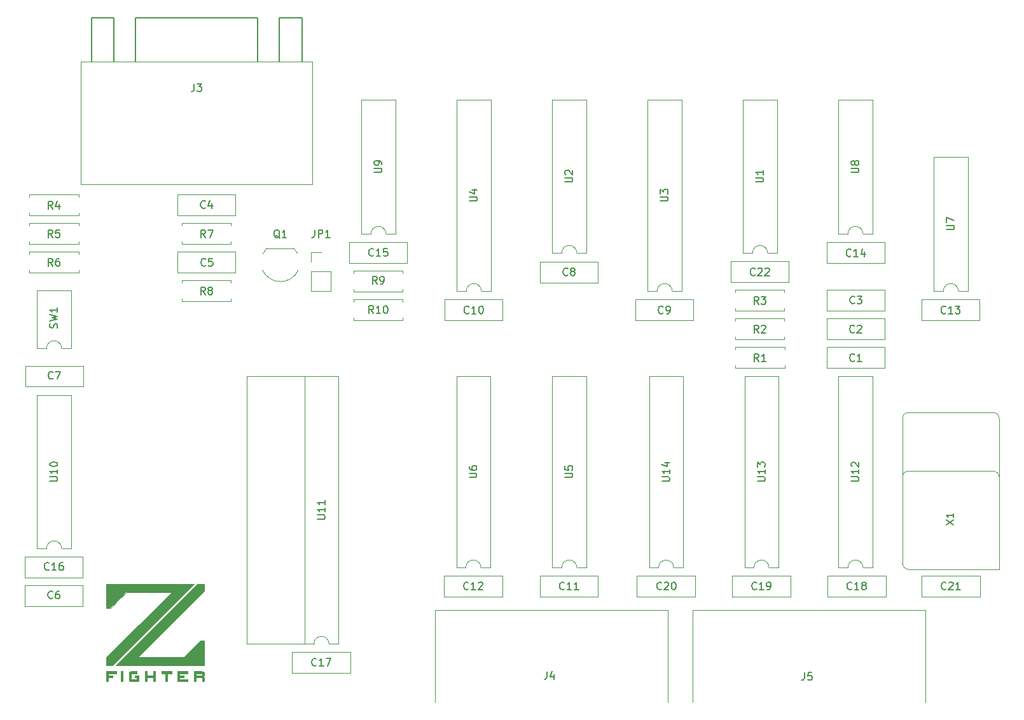
<source format=gto>
G04 #@! TF.GenerationSoftware,KiCad,Pcbnew,5.1.10*
G04 #@! TF.CreationDate,2022-05-12T02:02:47-07:00*
G04 #@! TF.ProjectId,zf_vga,7a665f76-6761-42e6-9b69-6361645f7063,rev?*
G04 #@! TF.SameCoordinates,Original*
G04 #@! TF.FileFunction,Legend,Top*
G04 #@! TF.FilePolarity,Positive*
%FSLAX46Y46*%
G04 Gerber Fmt 4.6, Leading zero omitted, Abs format (unit mm)*
G04 Created by KiCad (PCBNEW 5.1.10) date 2022-05-12 02:02:47*
%MOMM*%
%LPD*%
G01*
G04 APERTURE LIST*
%ADD10C,0.200000*%
%ADD11C,0.120000*%
%ADD12C,0.010000*%
%ADD13C,0.150000*%
G04 APERTURE END LIST*
D10*
X99049058Y-18264000D02*
X99049058Y-24064000D01*
X102049058Y-18264000D02*
X99049058Y-18264000D01*
X102049058Y-24064000D02*
X102049058Y-18264000D01*
X104919058Y-18264000D02*
X104919058Y-24064000D01*
X121179058Y-18264000D02*
X104919058Y-18264000D01*
X121179058Y-24064000D02*
X121179058Y-18264000D01*
X124049058Y-18264000D02*
X124049058Y-24064000D01*
X127049058Y-18264000D02*
X124049058Y-18264000D01*
X127049058Y-24064000D02*
X127049058Y-18264000D01*
D11*
X128454058Y-24064000D02*
X128454058Y-40484000D01*
X97644058Y-24064000D02*
X128454058Y-24064000D01*
X97644058Y-40484000D02*
X97644058Y-24064000D01*
X128454058Y-40484000D02*
X97644058Y-40484000D01*
X185979000Y-91514000D02*
X187229000Y-91514000D01*
X185979000Y-65994000D02*
X185979000Y-91514000D01*
X190479000Y-65994000D02*
X185979000Y-65994000D01*
X190479000Y-91514000D02*
X190479000Y-65994000D01*
X189229000Y-91514000D02*
X190479000Y-91514000D01*
X187229000Y-91514000D02*
G75*
G02*
X189229000Y-91514000I1000000J0D01*
G01*
X127399000Y-65994000D02*
X119743000Y-65994000D01*
X127399000Y-101674000D02*
X119743000Y-101674000D01*
X119743000Y-65994000D02*
X119743000Y-101674000D01*
X127399000Y-101674000D02*
X128649000Y-101674000D01*
X127399000Y-65994000D02*
X127399000Y-101674000D01*
X131899000Y-65994000D02*
X127399000Y-65994000D01*
X131899000Y-101674000D02*
X131899000Y-65994000D01*
X130649000Y-101674000D02*
X131899000Y-101674000D01*
X128649000Y-101674000D02*
G75*
G02*
X130649000Y-101674000I1000000J0D01*
G01*
D12*
G36*
X114026400Y-94623975D02*
G01*
X109619512Y-99030887D01*
X105212625Y-103437799D01*
X111325633Y-103437799D01*
X113492901Y-101270333D01*
X114026400Y-101270333D01*
X114026400Y-104521533D01*
X102249287Y-104521533D01*
X107667934Y-99102866D01*
X113086580Y-93684199D01*
X114026400Y-93684199D01*
X114026400Y-94623975D01*
G37*
X114026400Y-94623975D02*
X109619512Y-99030887D01*
X105212625Y-103437799D01*
X111325633Y-103437799D01*
X113492901Y-101270333D01*
X114026400Y-101270333D01*
X114026400Y-104521533D01*
X102249287Y-104521533D01*
X107667934Y-99102866D01*
X113086580Y-93684199D01*
X114026400Y-93684199D01*
X114026400Y-94623975D01*
G36*
X101825953Y-104521533D02*
G01*
X101021600Y-104521533D01*
X101021600Y-103446291D01*
X105360754Y-99107112D01*
X109699909Y-94767933D01*
X103722368Y-94767933D01*
X102638733Y-95851666D01*
X101555099Y-96935399D01*
X101021600Y-96935399D01*
X101021600Y-93684199D01*
X112663247Y-93684199D01*
X101825953Y-104521533D01*
G37*
X101825953Y-104521533D02*
X101021600Y-104521533D01*
X101021600Y-103446291D01*
X105360754Y-99107112D01*
X109699909Y-94767933D01*
X103722368Y-94767933D01*
X102638733Y-95851666D01*
X101555099Y-96935399D01*
X101021600Y-96935399D01*
X101021600Y-93684199D01*
X112663247Y-93684199D01*
X101825953Y-104521533D01*
G36*
X113405374Y-105334473D02*
G01*
X113539819Y-105335272D01*
X113647625Y-105337298D01*
X113732404Y-105341119D01*
X113797769Y-105347302D01*
X113847334Y-105356415D01*
X113884711Y-105369027D01*
X113913514Y-105385704D01*
X113937357Y-105407015D01*
X113959852Y-105433527D01*
X113971986Y-105449257D01*
X113992737Y-105479386D01*
X114006467Y-105510155D01*
X114015023Y-105549976D01*
X114020249Y-105607259D01*
X114023810Y-105685516D01*
X114030358Y-105862418D01*
X113883882Y-106011666D01*
X113955141Y-106084273D01*
X114026400Y-106156881D01*
X114026400Y-106688999D01*
X113755467Y-106688999D01*
X113755467Y-106147132D01*
X112942667Y-106147132D01*
X112942667Y-106688999D01*
X112671733Y-106688999D01*
X112671733Y-105605266D01*
X112942667Y-105605266D01*
X112942667Y-105876199D01*
X113755467Y-105876199D01*
X113755467Y-105605266D01*
X112942667Y-105605266D01*
X112671733Y-105605266D01*
X112671733Y-105334332D01*
X113240674Y-105334332D01*
X113405374Y-105334473D01*
G37*
X113405374Y-105334473D02*
X113539819Y-105335272D01*
X113647625Y-105337298D01*
X113732404Y-105341119D01*
X113797769Y-105347302D01*
X113847334Y-105356415D01*
X113884711Y-105369027D01*
X113913514Y-105385704D01*
X113937357Y-105407015D01*
X113959852Y-105433527D01*
X113971986Y-105449257D01*
X113992737Y-105479386D01*
X114006467Y-105510155D01*
X114015023Y-105549976D01*
X114020249Y-105607259D01*
X114023810Y-105685516D01*
X114030358Y-105862418D01*
X113883882Y-106011666D01*
X113955141Y-106084273D01*
X114026400Y-106156881D01*
X114026400Y-106688999D01*
X113755467Y-106688999D01*
X113755467Y-106147132D01*
X112942667Y-106147132D01*
X112942667Y-106688999D01*
X112671733Y-106688999D01*
X112671733Y-105605266D01*
X112942667Y-105605266D01*
X112942667Y-105876199D01*
X113755467Y-105876199D01*
X113755467Y-105605266D01*
X112942667Y-105605266D01*
X112671733Y-105605266D01*
X112671733Y-105334332D01*
X113240674Y-105334332D01*
X113405374Y-105334473D01*
G36*
X111858934Y-105605266D02*
G01*
X110775200Y-105605266D01*
X110775200Y-105876199D01*
X111317067Y-105876199D01*
X111317067Y-106147132D01*
X110775200Y-106147132D01*
X110775200Y-106418066D01*
X111858934Y-106418066D01*
X111858934Y-106688999D01*
X110504267Y-106688999D01*
X110504267Y-105334332D01*
X111858934Y-105334332D01*
X111858934Y-105605266D01*
G37*
X111858934Y-105605266D02*
X110775200Y-105605266D01*
X110775200Y-105876199D01*
X111317067Y-105876199D01*
X111317067Y-106147132D01*
X110775200Y-106147132D01*
X110775200Y-106418066D01*
X111858934Y-106418066D01*
X111858934Y-106688999D01*
X110504267Y-106688999D01*
X110504267Y-105334332D01*
X111858934Y-105334332D01*
X111858934Y-105605266D01*
G36*
X109691467Y-105605266D02*
G01*
X109149600Y-105605266D01*
X109149600Y-106688999D01*
X108878667Y-106688999D01*
X108878667Y-105605266D01*
X108336800Y-105605266D01*
X108336800Y-105334332D01*
X109691467Y-105334332D01*
X109691467Y-105605266D01*
G37*
X109691467Y-105605266D02*
X109149600Y-105605266D01*
X109149600Y-106688999D01*
X108878667Y-106688999D01*
X108878667Y-105605266D01*
X108336800Y-105605266D01*
X108336800Y-105334332D01*
X109691467Y-105334332D01*
X109691467Y-105605266D01*
G36*
X106440267Y-105876199D02*
G01*
X107253067Y-105876199D01*
X107253067Y-105334332D01*
X107524000Y-105334332D01*
X107524000Y-106688999D01*
X107253067Y-106688999D01*
X107253067Y-106147132D01*
X106440267Y-106147132D01*
X106440267Y-106688999D01*
X106169333Y-106688999D01*
X106169333Y-105334332D01*
X106440267Y-105334332D01*
X106440267Y-105876199D01*
G37*
X106440267Y-105876199D02*
X107253067Y-105876199D01*
X107253067Y-105334332D01*
X107524000Y-105334332D01*
X107524000Y-106688999D01*
X107253067Y-106688999D01*
X107253067Y-106147132D01*
X106440267Y-106147132D01*
X106440267Y-106688999D01*
X106169333Y-106688999D01*
X106169333Y-105334332D01*
X106440267Y-105334332D01*
X106440267Y-105876199D01*
G36*
X105085600Y-105605266D02*
G01*
X104272800Y-105605266D01*
X104272800Y-106418066D01*
X105085600Y-106418066D01*
X105085600Y-106147132D01*
X104814667Y-106147132D01*
X104814667Y-105876199D01*
X105356534Y-105876199D01*
X105356534Y-106168945D01*
X105356221Y-106276887D01*
X105354864Y-106357024D01*
X105351837Y-106415412D01*
X105346513Y-106458111D01*
X105338265Y-106491179D01*
X105326466Y-106520673D01*
X105318434Y-106537175D01*
X105262877Y-106613252D01*
X105212600Y-106650551D01*
X105191339Y-106661770D01*
X105169571Y-106670523D01*
X105143001Y-106677116D01*
X105107333Y-106681851D01*
X105058271Y-106685034D01*
X104991520Y-106686968D01*
X104902785Y-106687959D01*
X104787770Y-106688309D01*
X104679200Y-106688335D01*
X104537265Y-106688049D01*
X104425106Y-106687120D01*
X104338635Y-106685328D01*
X104273765Y-106682457D01*
X104226406Y-106678289D01*
X104192471Y-106672605D01*
X104167873Y-106665188D01*
X104157309Y-106660521D01*
X104110098Y-106628386D01*
X104064227Y-106583825D01*
X104055709Y-106573325D01*
X104010334Y-106513835D01*
X104010334Y-105509496D01*
X104055944Y-105449697D01*
X104082530Y-105416762D01*
X104109155Y-105390764D01*
X104140047Y-105370886D01*
X104179431Y-105356310D01*
X104231535Y-105346218D01*
X104300585Y-105339792D01*
X104390808Y-105336214D01*
X104506430Y-105334667D01*
X104651678Y-105334333D01*
X104652126Y-105334332D01*
X105085600Y-105334332D01*
X105085600Y-105605266D01*
G37*
X105085600Y-105605266D02*
X104272800Y-105605266D01*
X104272800Y-106418066D01*
X105085600Y-106418066D01*
X105085600Y-106147132D01*
X104814667Y-106147132D01*
X104814667Y-105876199D01*
X105356534Y-105876199D01*
X105356534Y-106168945D01*
X105356221Y-106276887D01*
X105354864Y-106357024D01*
X105351837Y-106415412D01*
X105346513Y-106458111D01*
X105338265Y-106491179D01*
X105326466Y-106520673D01*
X105318434Y-106537175D01*
X105262877Y-106613252D01*
X105212600Y-106650551D01*
X105191339Y-106661770D01*
X105169571Y-106670523D01*
X105143001Y-106677116D01*
X105107333Y-106681851D01*
X105058271Y-106685034D01*
X104991520Y-106686968D01*
X104902785Y-106687959D01*
X104787770Y-106688309D01*
X104679200Y-106688335D01*
X104537265Y-106688049D01*
X104425106Y-106687120D01*
X104338635Y-106685328D01*
X104273765Y-106682457D01*
X104226406Y-106678289D01*
X104192471Y-106672605D01*
X104167873Y-106665188D01*
X104157309Y-106660521D01*
X104110098Y-106628386D01*
X104064227Y-106583825D01*
X104055709Y-106573325D01*
X104010334Y-106513835D01*
X104010334Y-105509496D01*
X104055944Y-105449697D01*
X104082530Y-105416762D01*
X104109155Y-105390764D01*
X104140047Y-105370886D01*
X104179431Y-105356310D01*
X104231535Y-105346218D01*
X104300585Y-105339792D01*
X104390808Y-105336214D01*
X104506430Y-105334667D01*
X104651678Y-105334333D01*
X104652126Y-105334332D01*
X105085600Y-105334332D01*
X105085600Y-105605266D01*
G36*
X103189067Y-106688999D02*
G01*
X102918133Y-106688999D01*
X102918133Y-105334332D01*
X103189067Y-105334332D01*
X103189067Y-106688999D01*
G37*
X103189067Y-106688999D02*
X102918133Y-106688999D01*
X102918133Y-105334332D01*
X103189067Y-105334332D01*
X103189067Y-106688999D01*
G36*
X102376267Y-105605266D02*
G01*
X101292534Y-105605266D01*
X101292534Y-105876199D01*
X101834400Y-105876199D01*
X101834400Y-106147132D01*
X101292534Y-106147132D01*
X101292534Y-106688999D01*
X101021600Y-106688999D01*
X101021600Y-105334332D01*
X102376267Y-105334332D01*
X102376267Y-105605266D01*
G37*
X102376267Y-105605266D02*
X101292534Y-105605266D01*
X101292534Y-105876199D01*
X101834400Y-105876199D01*
X101834400Y-106147132D01*
X101292534Y-106147132D01*
X101292534Y-106688999D01*
X101021600Y-106688999D01*
X101021600Y-105334332D01*
X102376267Y-105334332D01*
X102376267Y-105605266D01*
D11*
X179055000Y-109474000D02*
X179055000Y-97134000D01*
X179055000Y-97134000D02*
X210025000Y-97134000D01*
X210025000Y-97134000D02*
X210025000Y-109474000D01*
X144774000Y-109474000D02*
X144774000Y-97134000D01*
X144774000Y-97134000D02*
X175744000Y-97134000D01*
X175744000Y-97134000D02*
X175744000Y-109474000D01*
X219129000Y-78654000D02*
X207729000Y-78654000D01*
X207729000Y-78654000D02*
G75*
G03*
X206979000Y-79404000I0J-750000D01*
G01*
X219879000Y-79404000D02*
G75*
G03*
X219129000Y-78654000I-750000J0D01*
G01*
X207729000Y-91744000D02*
X219879000Y-91744000D01*
X206979000Y-71594000D02*
X206979000Y-90994000D01*
X219129000Y-70844000D02*
X207729000Y-70844000D01*
X219879000Y-91744000D02*
X219879000Y-71594000D01*
X206979000Y-90994000D02*
G75*
G03*
X207729000Y-91744000I750000J0D01*
G01*
X207729000Y-70844000D02*
G75*
G03*
X206979000Y-71594000I0J-750000D01*
G01*
X219879000Y-71594000D02*
G75*
G03*
X219129000Y-70844000I-750000J0D01*
G01*
X153784000Y-55794000D02*
X153784000Y-58534000D01*
X146044000Y-55794000D02*
X146044000Y-58534000D01*
X146044000Y-58534000D02*
X153784000Y-58534000D01*
X146044000Y-55794000D02*
X153784000Y-55794000D01*
X173079000Y-54684000D02*
X174329000Y-54684000D01*
X173079000Y-29164000D02*
X173079000Y-54684000D01*
X177579000Y-29164000D02*
X173079000Y-29164000D01*
X177579000Y-54684000D02*
X177579000Y-29164000D01*
X176329000Y-54684000D02*
X177579000Y-54684000D01*
X174329000Y-54684000D02*
G75*
G02*
X176329000Y-54684000I1000000J0D01*
G01*
X198479000Y-91514000D02*
X199729000Y-91514000D01*
X198479000Y-65994000D02*
X198479000Y-91514000D01*
X202979000Y-65994000D02*
X198479000Y-65994000D01*
X202979000Y-91514000D02*
X202979000Y-65994000D01*
X201729000Y-91514000D02*
X202979000Y-91514000D01*
X199729000Y-91514000D02*
G75*
G02*
X201729000Y-91514000I1000000J0D01*
G01*
X185779000Y-49604000D02*
X187029000Y-49604000D01*
X185779000Y-29164000D02*
X185779000Y-49604000D01*
X190279000Y-29164000D02*
X185779000Y-29164000D01*
X190279000Y-49604000D02*
X190279000Y-29164000D01*
X189029000Y-49604000D02*
X190279000Y-49604000D01*
X187029000Y-49604000D02*
G75*
G02*
X189029000Y-49604000I1000000J0D01*
G01*
X173279000Y-91514000D02*
X174529000Y-91514000D01*
X173279000Y-65994000D02*
X173279000Y-91514000D01*
X177779000Y-65994000D02*
X173279000Y-65994000D01*
X177779000Y-91514000D02*
X177779000Y-65994000D01*
X176529000Y-91514000D02*
X177779000Y-91514000D01*
X174529000Y-91514000D02*
G75*
G02*
X176529000Y-91514000I1000000J0D01*
G01*
X160379000Y-49604000D02*
X161629000Y-49604000D01*
X160379000Y-29164000D02*
X160379000Y-49604000D01*
X164879000Y-29164000D02*
X160379000Y-29164000D01*
X164879000Y-49604000D02*
X164879000Y-29164000D01*
X163629000Y-49604000D02*
X164879000Y-49604000D01*
X161629000Y-49604000D02*
G75*
G02*
X163629000Y-49604000I1000000J0D01*
G01*
X160379000Y-91514000D02*
X161629000Y-91514000D01*
X160379000Y-65994000D02*
X160379000Y-91514000D01*
X164879000Y-65994000D02*
X160379000Y-65994000D01*
X164879000Y-91514000D02*
X164879000Y-65994000D01*
X163629000Y-91514000D02*
X164879000Y-91514000D01*
X161629000Y-91514000D02*
G75*
G02*
X163629000Y-91514000I1000000J0D01*
G01*
X150860000Y-91514000D02*
X152110000Y-91514000D01*
X152110000Y-91514000D02*
X152110000Y-65994000D01*
X152110000Y-65994000D02*
X147610000Y-65994000D01*
X147610000Y-65994000D02*
X147610000Y-91514000D01*
X147610000Y-91514000D02*
X148860000Y-91514000D01*
X148860000Y-91514000D02*
G75*
G02*
X150860000Y-91514000I1000000J0D01*
G01*
X147679000Y-54684000D02*
X148929000Y-54684000D01*
X147679000Y-29164000D02*
X147679000Y-54684000D01*
X152179000Y-29164000D02*
X147679000Y-29164000D01*
X152179000Y-54684000D02*
X152179000Y-29164000D01*
X150929000Y-54684000D02*
X152179000Y-54684000D01*
X148929000Y-54684000D02*
G75*
G02*
X150929000Y-54684000I1000000J0D01*
G01*
X214429000Y-54684000D02*
X215679000Y-54684000D01*
X215679000Y-54684000D02*
X215679000Y-36784000D01*
X215679000Y-36784000D02*
X211179000Y-36784000D01*
X211179000Y-36784000D02*
X211179000Y-54684000D01*
X211179000Y-54684000D02*
X212429000Y-54684000D01*
X212429000Y-54684000D02*
G75*
G02*
X214429000Y-54684000I1000000J0D01*
G01*
X134979000Y-47064000D02*
X136229000Y-47064000D01*
X134979000Y-29164000D02*
X134979000Y-47064000D01*
X139479000Y-29164000D02*
X134979000Y-29164000D01*
X139479000Y-47064000D02*
X139479000Y-29164000D01*
X138229000Y-47064000D02*
X139479000Y-47064000D01*
X136229000Y-47064000D02*
G75*
G02*
X138229000Y-47064000I1000000J0D01*
G01*
X198479000Y-47064000D02*
X199729000Y-47064000D01*
X198479000Y-29164000D02*
X198479000Y-47064000D01*
X202979000Y-29164000D02*
X198479000Y-29164000D01*
X202979000Y-47064000D02*
X202979000Y-29164000D01*
X201729000Y-47064000D02*
X202979000Y-47064000D01*
X199729000Y-47064000D02*
G75*
G02*
X201729000Y-47064000I1000000J0D01*
G01*
X95049000Y-88974000D02*
X96299000Y-88974000D01*
X96299000Y-88974000D02*
X96299000Y-68534000D01*
X96299000Y-68534000D02*
X91799000Y-68534000D01*
X91799000Y-68534000D02*
X91799000Y-88974000D01*
X91799000Y-88974000D02*
X93049000Y-88974000D01*
X93049000Y-88974000D02*
G75*
G02*
X95049000Y-88974000I1000000J0D01*
G01*
X204639000Y-64884000D02*
X196899000Y-64884000D01*
X204639000Y-62144000D02*
X196899000Y-62144000D01*
X204639000Y-64884000D02*
X204639000Y-62144000D01*
X196899000Y-64884000D02*
X196899000Y-62144000D01*
X196899000Y-61074000D02*
X196899000Y-58334000D01*
X204639000Y-61074000D02*
X204639000Y-58334000D01*
X204639000Y-58334000D02*
X196899000Y-58334000D01*
X204639000Y-61074000D02*
X196899000Y-61074000D01*
X204639000Y-57264000D02*
X196899000Y-57264000D01*
X204639000Y-54524000D02*
X196899000Y-54524000D01*
X204639000Y-57264000D02*
X204639000Y-54524000D01*
X196899000Y-57264000D02*
X196899000Y-54524000D01*
X110484000Y-49444000D02*
X118224000Y-49444000D01*
X110484000Y-52184000D02*
X118224000Y-52184000D01*
X110484000Y-49444000D02*
X110484000Y-52184000D01*
X118224000Y-49444000D02*
X118224000Y-52184000D01*
X184759000Y-62144000D02*
X184759000Y-62474000D01*
X191299000Y-62144000D02*
X184759000Y-62144000D01*
X191299000Y-62474000D02*
X191299000Y-62144000D01*
X184759000Y-64884000D02*
X184759000Y-64554000D01*
X191299000Y-64884000D02*
X184759000Y-64884000D01*
X191299000Y-64554000D02*
X191299000Y-64884000D01*
X191284000Y-60744000D02*
X191284000Y-61074000D01*
X191284000Y-61074000D02*
X184744000Y-61074000D01*
X184744000Y-61074000D02*
X184744000Y-60744000D01*
X191284000Y-58664000D02*
X191284000Y-58334000D01*
X191284000Y-58334000D02*
X184744000Y-58334000D01*
X184744000Y-58334000D02*
X184744000Y-58664000D01*
X184744000Y-54524000D02*
X184744000Y-54854000D01*
X191284000Y-54524000D02*
X184744000Y-54524000D01*
X191284000Y-54854000D02*
X191284000Y-54524000D01*
X184744000Y-57264000D02*
X184744000Y-56934000D01*
X191284000Y-57264000D02*
X184744000Y-57264000D01*
X191284000Y-56934000D02*
X191284000Y-57264000D01*
X97319000Y-44564000D02*
X97319000Y-44234000D01*
X90779000Y-44564000D02*
X97319000Y-44564000D01*
X90779000Y-44234000D02*
X90779000Y-44564000D01*
X97319000Y-41824000D02*
X97319000Y-42154000D01*
X90779000Y-41824000D02*
X97319000Y-41824000D01*
X90779000Y-42154000D02*
X90779000Y-41824000D01*
X97319000Y-48374000D02*
X97319000Y-48044000D01*
X90779000Y-48374000D02*
X97319000Y-48374000D01*
X90779000Y-48044000D02*
X90779000Y-48374000D01*
X97319000Y-45634000D02*
X97319000Y-45964000D01*
X90779000Y-45634000D02*
X97319000Y-45634000D01*
X90779000Y-45964000D02*
X90779000Y-45634000D01*
X97319000Y-52184000D02*
X97319000Y-51854000D01*
X90779000Y-52184000D02*
X97319000Y-52184000D01*
X90779000Y-51854000D02*
X90779000Y-52184000D01*
X97319000Y-49444000D02*
X97319000Y-49774000D01*
X90779000Y-49444000D02*
X97319000Y-49444000D01*
X90779000Y-49774000D02*
X90779000Y-49444000D01*
X111084000Y-45634000D02*
X111084000Y-45964000D01*
X117624000Y-45634000D02*
X111084000Y-45634000D01*
X117624000Y-45964000D02*
X117624000Y-45634000D01*
X111084000Y-48374000D02*
X111084000Y-48044000D01*
X117624000Y-48374000D02*
X111084000Y-48374000D01*
X117624000Y-48044000D02*
X117624000Y-48374000D01*
X111084000Y-53254000D02*
X111084000Y-53584000D01*
X117624000Y-53254000D02*
X111084000Y-53254000D01*
X117624000Y-53584000D02*
X117624000Y-53254000D01*
X111084000Y-55994000D02*
X111084000Y-55664000D01*
X117624000Y-55994000D02*
X111084000Y-55994000D01*
X117624000Y-55664000D02*
X117624000Y-55994000D01*
X209559000Y-92624000D02*
X217299000Y-92624000D01*
X209559000Y-95364000D02*
X217299000Y-95364000D01*
X209559000Y-92624000D02*
X209559000Y-95364000D01*
X217299000Y-92624000D02*
X217299000Y-95364000D01*
X191884000Y-50714000D02*
X191884000Y-53454000D01*
X184144000Y-50714000D02*
X184144000Y-53454000D01*
X184144000Y-53454000D02*
X191884000Y-53454000D01*
X184144000Y-50714000D02*
X191884000Y-50714000D01*
X158744000Y-50794000D02*
X166484000Y-50794000D01*
X158744000Y-53534000D02*
X166484000Y-53534000D01*
X158744000Y-50794000D02*
X158744000Y-53534000D01*
X166484000Y-50794000D02*
X166484000Y-53534000D01*
X179159000Y-55794000D02*
X179159000Y-58534000D01*
X171419000Y-55794000D02*
X171419000Y-58534000D01*
X171419000Y-58534000D02*
X179159000Y-58534000D01*
X171419000Y-55794000D02*
X179159000Y-55794000D01*
X158744000Y-92624000D02*
X166484000Y-92624000D01*
X158744000Y-95364000D02*
X166484000Y-95364000D01*
X158744000Y-92624000D02*
X158744000Y-95364000D01*
X166484000Y-92624000D02*
X166484000Y-95364000D01*
X153715000Y-92624000D02*
X153715000Y-95364000D01*
X145975000Y-92624000D02*
X145975000Y-95364000D01*
X145975000Y-95364000D02*
X153715000Y-95364000D01*
X145975000Y-92624000D02*
X153715000Y-92624000D01*
X209519000Y-55794000D02*
X217259000Y-55794000D01*
X209519000Y-58534000D02*
X217259000Y-58534000D01*
X209519000Y-55794000D02*
X209519000Y-58534000D01*
X217259000Y-55794000D02*
X217259000Y-58534000D01*
X204639000Y-48174000D02*
X204639000Y-50914000D01*
X196899000Y-48174000D02*
X196899000Y-50914000D01*
X196899000Y-50914000D02*
X204639000Y-50914000D01*
X196899000Y-48174000D02*
X204639000Y-48174000D01*
X133344000Y-48174000D02*
X141084000Y-48174000D01*
X133344000Y-50914000D02*
X141084000Y-50914000D01*
X133344000Y-48174000D02*
X133344000Y-50914000D01*
X141084000Y-48174000D02*
X141084000Y-50914000D01*
X90164000Y-90084000D02*
X97904000Y-90084000D01*
X90164000Y-92824000D02*
X97904000Y-92824000D01*
X90164000Y-90084000D02*
X90164000Y-92824000D01*
X97904000Y-90084000D02*
X97904000Y-92824000D01*
X133479000Y-102784000D02*
X133479000Y-105524000D01*
X125739000Y-102784000D02*
X125739000Y-105524000D01*
X125739000Y-105524000D02*
X133479000Y-105524000D01*
X125739000Y-102784000D02*
X133479000Y-102784000D01*
X197019000Y-92624000D02*
X204759000Y-92624000D01*
X197019000Y-95364000D02*
X204759000Y-95364000D01*
X197019000Y-92624000D02*
X197019000Y-95364000D01*
X204759000Y-92624000D02*
X204759000Y-95364000D01*
X192084000Y-92624000D02*
X192084000Y-95364000D01*
X184344000Y-92624000D02*
X184344000Y-95364000D01*
X184344000Y-95364000D02*
X192084000Y-95364000D01*
X184344000Y-92624000D02*
X192084000Y-92624000D01*
X179384000Y-92624000D02*
X179384000Y-95364000D01*
X171644000Y-92624000D02*
X171644000Y-95364000D01*
X171644000Y-95364000D02*
X179384000Y-95364000D01*
X171644000Y-92624000D02*
X179384000Y-92624000D01*
X91799000Y-62304000D02*
X93049000Y-62304000D01*
X91799000Y-54564000D02*
X91799000Y-62304000D01*
X96299000Y-54564000D02*
X91799000Y-54564000D01*
X96299000Y-62304000D02*
X96299000Y-54564000D01*
X95049000Y-62304000D02*
X96299000Y-62304000D01*
X93049000Y-62304000D02*
G75*
G02*
X95049000Y-62304000I1000000J0D01*
G01*
X90164000Y-93894000D02*
X97904000Y-93894000D01*
X90164000Y-96634000D02*
X97904000Y-96634000D01*
X90164000Y-93894000D02*
X90164000Y-96634000D01*
X97904000Y-93894000D02*
X97904000Y-96634000D01*
X90219000Y-67380000D02*
X90219000Y-64640000D01*
X97959000Y-67380000D02*
X97959000Y-64640000D01*
X97959000Y-64640000D02*
X90219000Y-64640000D01*
X97959000Y-67380000D02*
X90219000Y-67380000D01*
X133944000Y-51984000D02*
X133944000Y-52314000D01*
X140484000Y-51984000D02*
X133944000Y-51984000D01*
X140484000Y-52314000D02*
X140484000Y-51984000D01*
X133944000Y-54724000D02*
X133944000Y-54394000D01*
X140484000Y-54724000D02*
X133944000Y-54724000D01*
X140484000Y-54394000D02*
X140484000Y-54724000D01*
X110484000Y-44564000D02*
X110484000Y-41824000D01*
X118224000Y-44564000D02*
X118224000Y-41824000D01*
X118224000Y-41824000D02*
X110484000Y-41824000D01*
X118224000Y-44564000D02*
X110484000Y-44564000D01*
X133944000Y-55794000D02*
X133944000Y-56124000D01*
X140484000Y-55794000D02*
X133944000Y-55794000D01*
X140484000Y-56124000D02*
X140484000Y-55794000D01*
X133944000Y-58534000D02*
X133944000Y-58204000D01*
X140484000Y-58534000D02*
X133944000Y-58534000D01*
X140484000Y-58204000D02*
X140484000Y-58534000D01*
X128264000Y-49484000D02*
X129594000Y-49484000D01*
X128264000Y-50814000D02*
X128264000Y-49484000D01*
X128264000Y-52084000D02*
X130924000Y-52084000D01*
X130924000Y-52084000D02*
X130924000Y-54684000D01*
X128264000Y-52084000D02*
X128264000Y-54684000D01*
X128264000Y-54684000D02*
X130924000Y-54684000D01*
X125979000Y-48964000D02*
X122379000Y-48964000D01*
X126503184Y-49691205D02*
G75*
G03*
X125979000Y-48964000I-2324184J-1122795D01*
G01*
X126535400Y-51912807D02*
G75*
G02*
X124179000Y-53414000I-2356400J1098807D01*
G01*
X121822600Y-51912807D02*
G75*
G03*
X124179000Y-53414000I2356400J1098807D01*
G01*
X121854816Y-49691205D02*
G75*
G02*
X122379000Y-48964000I2324184J-1122795D01*
G01*
D13*
X112715724Y-27051380D02*
X112715724Y-27765666D01*
X112668105Y-27908523D01*
X112572867Y-28003761D01*
X112430010Y-28051380D01*
X112334772Y-28051380D01*
X113096677Y-27051380D02*
X113715724Y-27051380D01*
X113382391Y-27432333D01*
X113525248Y-27432333D01*
X113620486Y-27479952D01*
X113668105Y-27527571D01*
X113715724Y-27622809D01*
X113715724Y-27860904D01*
X113668105Y-27956142D01*
X113620486Y-28003761D01*
X113525248Y-28051380D01*
X113239534Y-28051380D01*
X113144296Y-28003761D01*
X113096677Y-27956142D01*
X187681380Y-79992095D02*
X188490904Y-79992095D01*
X188586142Y-79944476D01*
X188633761Y-79896857D01*
X188681380Y-79801619D01*
X188681380Y-79611142D01*
X188633761Y-79515904D01*
X188586142Y-79468285D01*
X188490904Y-79420666D01*
X187681380Y-79420666D01*
X188681380Y-78420666D02*
X188681380Y-78992095D01*
X188681380Y-78706380D02*
X187681380Y-78706380D01*
X187824238Y-78801619D01*
X187919476Y-78896857D01*
X187967095Y-78992095D01*
X187681380Y-78087333D02*
X187681380Y-77468285D01*
X188062333Y-77801619D01*
X188062333Y-77658761D01*
X188109952Y-77563523D01*
X188157571Y-77515904D01*
X188252809Y-77468285D01*
X188490904Y-77468285D01*
X188586142Y-77515904D01*
X188633761Y-77563523D01*
X188681380Y-77658761D01*
X188681380Y-77944476D01*
X188633761Y-78039714D01*
X188586142Y-78087333D01*
X129101380Y-85072095D02*
X129910904Y-85072095D01*
X130006142Y-85024476D01*
X130053761Y-84976857D01*
X130101380Y-84881619D01*
X130101380Y-84691142D01*
X130053761Y-84595904D01*
X130006142Y-84548285D01*
X129910904Y-84500666D01*
X129101380Y-84500666D01*
X130101380Y-83500666D02*
X130101380Y-84072095D01*
X130101380Y-83786380D02*
X129101380Y-83786380D01*
X129244238Y-83881619D01*
X129339476Y-83976857D01*
X129387095Y-84072095D01*
X130101380Y-82548285D02*
X130101380Y-83119714D01*
X130101380Y-82834000D02*
X129101380Y-82834000D01*
X129244238Y-82929238D01*
X129339476Y-83024476D01*
X129387095Y-83119714D01*
X193956666Y-105491380D02*
X193956666Y-106205666D01*
X193909047Y-106348523D01*
X193813809Y-106443761D01*
X193670952Y-106491380D01*
X193575714Y-106491380D01*
X194909047Y-105491380D02*
X194432857Y-105491380D01*
X194385238Y-105967571D01*
X194432857Y-105919952D01*
X194528095Y-105872333D01*
X194766190Y-105872333D01*
X194861428Y-105919952D01*
X194909047Y-105967571D01*
X194956666Y-106062809D01*
X194956666Y-106300904D01*
X194909047Y-106396142D01*
X194861428Y-106443761D01*
X194766190Y-106491380D01*
X194528095Y-106491380D01*
X194432857Y-106443761D01*
X194385238Y-106396142D01*
X159675666Y-105364380D02*
X159675666Y-106078666D01*
X159628047Y-106221523D01*
X159532809Y-106316761D01*
X159389952Y-106364380D01*
X159294714Y-106364380D01*
X160580428Y-105697714D02*
X160580428Y-106364380D01*
X160342333Y-105316761D02*
X160104238Y-106031047D01*
X160723285Y-106031047D01*
X212813880Y-85850523D02*
X213813880Y-85183857D01*
X212813880Y-85183857D02*
X213813880Y-85850523D01*
X213813880Y-84279095D02*
X213813880Y-84850523D01*
X213813880Y-84564809D02*
X212813880Y-84564809D01*
X212956738Y-84660047D01*
X213051976Y-84755285D01*
X213099595Y-84850523D01*
X149271142Y-57585142D02*
X149223523Y-57632761D01*
X149080666Y-57680380D01*
X148985428Y-57680380D01*
X148842571Y-57632761D01*
X148747333Y-57537523D01*
X148699714Y-57442285D01*
X148652095Y-57251809D01*
X148652095Y-57108952D01*
X148699714Y-56918476D01*
X148747333Y-56823238D01*
X148842571Y-56728000D01*
X148985428Y-56680380D01*
X149080666Y-56680380D01*
X149223523Y-56728000D01*
X149271142Y-56775619D01*
X150223523Y-57680380D02*
X149652095Y-57680380D01*
X149937809Y-57680380D02*
X149937809Y-56680380D01*
X149842571Y-56823238D01*
X149747333Y-56918476D01*
X149652095Y-56966095D01*
X150842571Y-56680380D02*
X150937809Y-56680380D01*
X151033047Y-56728000D01*
X151080666Y-56775619D01*
X151128285Y-56870857D01*
X151175904Y-57061333D01*
X151175904Y-57299428D01*
X151128285Y-57489904D01*
X151080666Y-57585142D01*
X151033047Y-57632761D01*
X150937809Y-57680380D01*
X150842571Y-57680380D01*
X150747333Y-57632761D01*
X150699714Y-57585142D01*
X150652095Y-57489904D01*
X150604476Y-57299428D01*
X150604476Y-57061333D01*
X150652095Y-56870857D01*
X150699714Y-56775619D01*
X150747333Y-56728000D01*
X150842571Y-56680380D01*
X174781380Y-42685904D02*
X175590904Y-42685904D01*
X175686142Y-42638285D01*
X175733761Y-42590666D01*
X175781380Y-42495428D01*
X175781380Y-42304952D01*
X175733761Y-42209714D01*
X175686142Y-42162095D01*
X175590904Y-42114476D01*
X174781380Y-42114476D01*
X174781380Y-41733523D02*
X174781380Y-41114476D01*
X175162333Y-41447809D01*
X175162333Y-41304952D01*
X175209952Y-41209714D01*
X175257571Y-41162095D01*
X175352809Y-41114476D01*
X175590904Y-41114476D01*
X175686142Y-41162095D01*
X175733761Y-41209714D01*
X175781380Y-41304952D01*
X175781380Y-41590666D01*
X175733761Y-41685904D01*
X175686142Y-41733523D01*
X200181380Y-79992095D02*
X200990904Y-79992095D01*
X201086142Y-79944476D01*
X201133761Y-79896857D01*
X201181380Y-79801619D01*
X201181380Y-79611142D01*
X201133761Y-79515904D01*
X201086142Y-79468285D01*
X200990904Y-79420666D01*
X200181380Y-79420666D01*
X201181380Y-78420666D02*
X201181380Y-78992095D01*
X201181380Y-78706380D02*
X200181380Y-78706380D01*
X200324238Y-78801619D01*
X200419476Y-78896857D01*
X200467095Y-78992095D01*
X200276619Y-78039714D02*
X200229000Y-77992095D01*
X200181380Y-77896857D01*
X200181380Y-77658761D01*
X200229000Y-77563523D01*
X200276619Y-77515904D01*
X200371857Y-77468285D01*
X200467095Y-77468285D01*
X200609952Y-77515904D01*
X201181380Y-78087333D01*
X201181380Y-77468285D01*
X187481380Y-40145904D02*
X188290904Y-40145904D01*
X188386142Y-40098285D01*
X188433761Y-40050666D01*
X188481380Y-39955428D01*
X188481380Y-39764952D01*
X188433761Y-39669714D01*
X188386142Y-39622095D01*
X188290904Y-39574476D01*
X187481380Y-39574476D01*
X188481380Y-38574476D02*
X188481380Y-39145904D01*
X188481380Y-38860190D02*
X187481380Y-38860190D01*
X187624238Y-38955428D01*
X187719476Y-39050666D01*
X187767095Y-39145904D01*
X174981380Y-79992095D02*
X175790904Y-79992095D01*
X175886142Y-79944476D01*
X175933761Y-79896857D01*
X175981380Y-79801619D01*
X175981380Y-79611142D01*
X175933761Y-79515904D01*
X175886142Y-79468285D01*
X175790904Y-79420666D01*
X174981380Y-79420666D01*
X175981380Y-78420666D02*
X175981380Y-78992095D01*
X175981380Y-78706380D02*
X174981380Y-78706380D01*
X175124238Y-78801619D01*
X175219476Y-78896857D01*
X175267095Y-78992095D01*
X175314714Y-77563523D02*
X175981380Y-77563523D01*
X174933761Y-77801619D02*
X175648047Y-78039714D01*
X175648047Y-77420666D01*
X162081380Y-40145904D02*
X162890904Y-40145904D01*
X162986142Y-40098285D01*
X163033761Y-40050666D01*
X163081380Y-39955428D01*
X163081380Y-39764952D01*
X163033761Y-39669714D01*
X162986142Y-39622095D01*
X162890904Y-39574476D01*
X162081380Y-39574476D01*
X162176619Y-39145904D02*
X162129000Y-39098285D01*
X162081380Y-39003047D01*
X162081380Y-38764952D01*
X162129000Y-38669714D01*
X162176619Y-38622095D01*
X162271857Y-38574476D01*
X162367095Y-38574476D01*
X162509952Y-38622095D01*
X163081380Y-39193523D01*
X163081380Y-38574476D01*
X162081380Y-79515904D02*
X162890904Y-79515904D01*
X162986142Y-79468285D01*
X163033761Y-79420666D01*
X163081380Y-79325428D01*
X163081380Y-79134952D01*
X163033761Y-79039714D01*
X162986142Y-78992095D01*
X162890904Y-78944476D01*
X162081380Y-78944476D01*
X162081380Y-77992095D02*
X162081380Y-78468285D01*
X162557571Y-78515904D01*
X162509952Y-78468285D01*
X162462333Y-78373047D01*
X162462333Y-78134952D01*
X162509952Y-78039714D01*
X162557571Y-77992095D01*
X162652809Y-77944476D01*
X162890904Y-77944476D01*
X162986142Y-77992095D01*
X163033761Y-78039714D01*
X163081380Y-78134952D01*
X163081380Y-78373047D01*
X163033761Y-78468285D01*
X162986142Y-78515904D01*
X149312380Y-79515904D02*
X150121904Y-79515904D01*
X150217142Y-79468285D01*
X150264761Y-79420666D01*
X150312380Y-79325428D01*
X150312380Y-79134952D01*
X150264761Y-79039714D01*
X150217142Y-78992095D01*
X150121904Y-78944476D01*
X149312380Y-78944476D01*
X149312380Y-78039714D02*
X149312380Y-78230190D01*
X149360000Y-78325428D01*
X149407619Y-78373047D01*
X149550476Y-78468285D01*
X149740952Y-78515904D01*
X150121904Y-78515904D01*
X150217142Y-78468285D01*
X150264761Y-78420666D01*
X150312380Y-78325428D01*
X150312380Y-78134952D01*
X150264761Y-78039714D01*
X150217142Y-77992095D01*
X150121904Y-77944476D01*
X149883809Y-77944476D01*
X149788571Y-77992095D01*
X149740952Y-78039714D01*
X149693333Y-78134952D01*
X149693333Y-78325428D01*
X149740952Y-78420666D01*
X149788571Y-78468285D01*
X149883809Y-78515904D01*
X149381380Y-42685904D02*
X150190904Y-42685904D01*
X150286142Y-42638285D01*
X150333761Y-42590666D01*
X150381380Y-42495428D01*
X150381380Y-42304952D01*
X150333761Y-42209714D01*
X150286142Y-42162095D01*
X150190904Y-42114476D01*
X149381380Y-42114476D01*
X149714714Y-41209714D02*
X150381380Y-41209714D01*
X149333761Y-41447809D02*
X150048047Y-41685904D01*
X150048047Y-41066857D01*
X212881380Y-46495904D02*
X213690904Y-46495904D01*
X213786142Y-46448285D01*
X213833761Y-46400666D01*
X213881380Y-46305428D01*
X213881380Y-46114952D01*
X213833761Y-46019714D01*
X213786142Y-45972095D01*
X213690904Y-45924476D01*
X212881380Y-45924476D01*
X212881380Y-45543523D02*
X212881380Y-44876857D01*
X213881380Y-45305428D01*
X136681380Y-38875904D02*
X137490904Y-38875904D01*
X137586142Y-38828285D01*
X137633761Y-38780666D01*
X137681380Y-38685428D01*
X137681380Y-38494952D01*
X137633761Y-38399714D01*
X137586142Y-38352095D01*
X137490904Y-38304476D01*
X136681380Y-38304476D01*
X137681380Y-37780666D02*
X137681380Y-37590190D01*
X137633761Y-37494952D01*
X137586142Y-37447333D01*
X137443285Y-37352095D01*
X137252809Y-37304476D01*
X136871857Y-37304476D01*
X136776619Y-37352095D01*
X136729000Y-37399714D01*
X136681380Y-37494952D01*
X136681380Y-37685428D01*
X136729000Y-37780666D01*
X136776619Y-37828285D01*
X136871857Y-37875904D01*
X137109952Y-37875904D01*
X137205190Y-37828285D01*
X137252809Y-37780666D01*
X137300428Y-37685428D01*
X137300428Y-37494952D01*
X137252809Y-37399714D01*
X137205190Y-37352095D01*
X137109952Y-37304476D01*
X200181380Y-38875904D02*
X200990904Y-38875904D01*
X201086142Y-38828285D01*
X201133761Y-38780666D01*
X201181380Y-38685428D01*
X201181380Y-38494952D01*
X201133761Y-38399714D01*
X201086142Y-38352095D01*
X200990904Y-38304476D01*
X200181380Y-38304476D01*
X200609952Y-37685428D02*
X200562333Y-37780666D01*
X200514714Y-37828285D01*
X200419476Y-37875904D01*
X200371857Y-37875904D01*
X200276619Y-37828285D01*
X200229000Y-37780666D01*
X200181380Y-37685428D01*
X200181380Y-37494952D01*
X200229000Y-37399714D01*
X200276619Y-37352095D01*
X200371857Y-37304476D01*
X200419476Y-37304476D01*
X200514714Y-37352095D01*
X200562333Y-37399714D01*
X200609952Y-37494952D01*
X200609952Y-37685428D01*
X200657571Y-37780666D01*
X200705190Y-37828285D01*
X200800428Y-37875904D01*
X200990904Y-37875904D01*
X201086142Y-37828285D01*
X201133761Y-37780666D01*
X201181380Y-37685428D01*
X201181380Y-37494952D01*
X201133761Y-37399714D01*
X201086142Y-37352095D01*
X200990904Y-37304476D01*
X200800428Y-37304476D01*
X200705190Y-37352095D01*
X200657571Y-37399714D01*
X200609952Y-37494952D01*
X93501380Y-79992095D02*
X94310904Y-79992095D01*
X94406142Y-79944476D01*
X94453761Y-79896857D01*
X94501380Y-79801619D01*
X94501380Y-79611142D01*
X94453761Y-79515904D01*
X94406142Y-79468285D01*
X94310904Y-79420666D01*
X93501380Y-79420666D01*
X94501380Y-78420666D02*
X94501380Y-78992095D01*
X94501380Y-78706380D02*
X93501380Y-78706380D01*
X93644238Y-78801619D01*
X93739476Y-78896857D01*
X93787095Y-78992095D01*
X93501380Y-77801619D02*
X93501380Y-77706380D01*
X93549000Y-77611142D01*
X93596619Y-77563523D01*
X93691857Y-77515904D01*
X93882333Y-77468285D01*
X94120428Y-77468285D01*
X94310904Y-77515904D01*
X94406142Y-77563523D01*
X94453761Y-77611142D01*
X94501380Y-77706380D01*
X94501380Y-77801619D01*
X94453761Y-77896857D01*
X94406142Y-77944476D01*
X94310904Y-77992095D01*
X94120428Y-78039714D01*
X93882333Y-78039714D01*
X93691857Y-77992095D01*
X93596619Y-77944476D01*
X93549000Y-77896857D01*
X93501380Y-77801619D01*
X200602333Y-63935142D02*
X200554714Y-63982761D01*
X200411857Y-64030380D01*
X200316619Y-64030380D01*
X200173761Y-63982761D01*
X200078523Y-63887523D01*
X200030904Y-63792285D01*
X199983285Y-63601809D01*
X199983285Y-63458952D01*
X200030904Y-63268476D01*
X200078523Y-63173238D01*
X200173761Y-63078000D01*
X200316619Y-63030380D01*
X200411857Y-63030380D01*
X200554714Y-63078000D01*
X200602333Y-63125619D01*
X201554714Y-64030380D02*
X200983285Y-64030380D01*
X201269000Y-64030380D02*
X201269000Y-63030380D01*
X201173761Y-63173238D01*
X201078523Y-63268476D01*
X200983285Y-63316095D01*
X200602333Y-60125142D02*
X200554714Y-60172761D01*
X200411857Y-60220380D01*
X200316619Y-60220380D01*
X200173761Y-60172761D01*
X200078523Y-60077523D01*
X200030904Y-59982285D01*
X199983285Y-59791809D01*
X199983285Y-59648952D01*
X200030904Y-59458476D01*
X200078523Y-59363238D01*
X200173761Y-59268000D01*
X200316619Y-59220380D01*
X200411857Y-59220380D01*
X200554714Y-59268000D01*
X200602333Y-59315619D01*
X200983285Y-59315619D02*
X201030904Y-59268000D01*
X201126142Y-59220380D01*
X201364238Y-59220380D01*
X201459476Y-59268000D01*
X201507095Y-59315619D01*
X201554714Y-59410857D01*
X201554714Y-59506095D01*
X201507095Y-59648952D01*
X200935666Y-60220380D01*
X201554714Y-60220380D01*
X200625332Y-56251142D02*
X200577713Y-56298761D01*
X200434856Y-56346380D01*
X200339618Y-56346380D01*
X200196760Y-56298761D01*
X200101522Y-56203523D01*
X200053903Y-56108285D01*
X200006284Y-55917809D01*
X200006284Y-55774952D01*
X200053903Y-55584476D01*
X200101522Y-55489238D01*
X200196760Y-55394000D01*
X200339618Y-55346380D01*
X200434856Y-55346380D01*
X200577713Y-55394000D01*
X200625332Y-55441619D01*
X200958665Y-55346380D02*
X201577713Y-55346380D01*
X201244379Y-55727333D01*
X201387237Y-55727333D01*
X201482475Y-55774952D01*
X201530094Y-55822571D01*
X201577713Y-55917809D01*
X201577713Y-56155904D01*
X201530094Y-56251142D01*
X201482475Y-56298761D01*
X201387237Y-56346380D01*
X201101522Y-56346380D01*
X201006284Y-56298761D01*
X200958665Y-56251142D01*
X114227333Y-51235142D02*
X114179714Y-51282761D01*
X114036857Y-51330380D01*
X113941619Y-51330380D01*
X113798761Y-51282761D01*
X113703523Y-51187523D01*
X113655904Y-51092285D01*
X113608285Y-50901809D01*
X113608285Y-50758952D01*
X113655904Y-50568476D01*
X113703523Y-50473238D01*
X113798761Y-50378000D01*
X113941619Y-50330380D01*
X114036857Y-50330380D01*
X114179714Y-50378000D01*
X114227333Y-50425619D01*
X115132095Y-50330380D02*
X114655904Y-50330380D01*
X114608285Y-50806571D01*
X114655904Y-50758952D01*
X114751142Y-50711333D01*
X114989238Y-50711333D01*
X115084476Y-50758952D01*
X115132095Y-50806571D01*
X115179714Y-50901809D01*
X115179714Y-51139904D01*
X115132095Y-51235142D01*
X115084476Y-51282761D01*
X114989238Y-51330380D01*
X114751142Y-51330380D01*
X114655904Y-51282761D01*
X114608285Y-51235142D01*
X187862333Y-64030380D02*
X187529000Y-63554190D01*
X187290904Y-64030380D02*
X187290904Y-63030380D01*
X187671857Y-63030380D01*
X187767095Y-63078000D01*
X187814714Y-63125619D01*
X187862333Y-63220857D01*
X187862333Y-63363714D01*
X187814714Y-63458952D01*
X187767095Y-63506571D01*
X187671857Y-63554190D01*
X187290904Y-63554190D01*
X188814714Y-64030380D02*
X188243285Y-64030380D01*
X188529000Y-64030380D02*
X188529000Y-63030380D01*
X188433761Y-63173238D01*
X188338523Y-63268476D01*
X188243285Y-63316095D01*
X187847333Y-60220380D02*
X187514000Y-59744190D01*
X187275904Y-60220380D02*
X187275904Y-59220380D01*
X187656857Y-59220380D01*
X187752095Y-59268000D01*
X187799714Y-59315619D01*
X187847333Y-59410857D01*
X187847333Y-59553714D01*
X187799714Y-59648952D01*
X187752095Y-59696571D01*
X187656857Y-59744190D01*
X187275904Y-59744190D01*
X188228285Y-59315619D02*
X188275904Y-59268000D01*
X188371142Y-59220380D01*
X188609238Y-59220380D01*
X188704476Y-59268000D01*
X188752095Y-59315619D01*
X188799714Y-59410857D01*
X188799714Y-59506095D01*
X188752095Y-59648952D01*
X188180666Y-60220380D01*
X188799714Y-60220380D01*
X187847333Y-56410380D02*
X187514000Y-55934190D01*
X187275904Y-56410380D02*
X187275904Y-55410380D01*
X187656857Y-55410380D01*
X187752095Y-55458000D01*
X187799714Y-55505619D01*
X187847333Y-55600857D01*
X187847333Y-55743714D01*
X187799714Y-55838952D01*
X187752095Y-55886571D01*
X187656857Y-55934190D01*
X187275904Y-55934190D01*
X188180666Y-55410380D02*
X188799714Y-55410380D01*
X188466380Y-55791333D01*
X188609238Y-55791333D01*
X188704476Y-55838952D01*
X188752095Y-55886571D01*
X188799714Y-55981809D01*
X188799714Y-56219904D01*
X188752095Y-56315142D01*
X188704476Y-56362761D01*
X188609238Y-56410380D01*
X188323523Y-56410380D01*
X188228285Y-56362761D01*
X188180666Y-56315142D01*
X93882333Y-43710380D02*
X93549000Y-43234190D01*
X93310904Y-43710380D02*
X93310904Y-42710380D01*
X93691857Y-42710380D01*
X93787095Y-42758000D01*
X93834714Y-42805619D01*
X93882333Y-42900857D01*
X93882333Y-43043714D01*
X93834714Y-43138952D01*
X93787095Y-43186571D01*
X93691857Y-43234190D01*
X93310904Y-43234190D01*
X94739476Y-43043714D02*
X94739476Y-43710380D01*
X94501380Y-42662761D02*
X94263285Y-43377047D01*
X94882333Y-43377047D01*
X93882333Y-47520380D02*
X93549000Y-47044190D01*
X93310904Y-47520380D02*
X93310904Y-46520380D01*
X93691857Y-46520380D01*
X93787095Y-46568000D01*
X93834714Y-46615619D01*
X93882333Y-46710857D01*
X93882333Y-46853714D01*
X93834714Y-46948952D01*
X93787095Y-46996571D01*
X93691857Y-47044190D01*
X93310904Y-47044190D01*
X94787095Y-46520380D02*
X94310904Y-46520380D01*
X94263285Y-46996571D01*
X94310904Y-46948952D01*
X94406142Y-46901333D01*
X94644238Y-46901333D01*
X94739476Y-46948952D01*
X94787095Y-46996571D01*
X94834714Y-47091809D01*
X94834714Y-47329904D01*
X94787095Y-47425142D01*
X94739476Y-47472761D01*
X94644238Y-47520380D01*
X94406142Y-47520380D01*
X94310904Y-47472761D01*
X94263285Y-47425142D01*
X93882333Y-51330380D02*
X93549000Y-50854190D01*
X93310904Y-51330380D02*
X93310904Y-50330380D01*
X93691857Y-50330380D01*
X93787095Y-50378000D01*
X93834714Y-50425619D01*
X93882333Y-50520857D01*
X93882333Y-50663714D01*
X93834714Y-50758952D01*
X93787095Y-50806571D01*
X93691857Y-50854190D01*
X93310904Y-50854190D01*
X94739476Y-50330380D02*
X94549000Y-50330380D01*
X94453761Y-50378000D01*
X94406142Y-50425619D01*
X94310904Y-50568476D01*
X94263285Y-50758952D01*
X94263285Y-51139904D01*
X94310904Y-51235142D01*
X94358523Y-51282761D01*
X94453761Y-51330380D01*
X94644238Y-51330380D01*
X94739476Y-51282761D01*
X94787095Y-51235142D01*
X94834714Y-51139904D01*
X94834714Y-50901809D01*
X94787095Y-50806571D01*
X94739476Y-50758952D01*
X94644238Y-50711333D01*
X94453761Y-50711333D01*
X94358523Y-50758952D01*
X94310904Y-50806571D01*
X94263285Y-50901809D01*
X114187333Y-47520380D02*
X113854000Y-47044190D01*
X113615904Y-47520380D02*
X113615904Y-46520380D01*
X113996857Y-46520380D01*
X114092095Y-46568000D01*
X114139714Y-46615619D01*
X114187333Y-46710857D01*
X114187333Y-46853714D01*
X114139714Y-46948952D01*
X114092095Y-46996571D01*
X113996857Y-47044190D01*
X113615904Y-47044190D01*
X114520666Y-46520380D02*
X115187333Y-46520380D01*
X114758761Y-47520380D01*
X114187333Y-55140380D02*
X113854000Y-54664190D01*
X113615904Y-55140380D02*
X113615904Y-54140380D01*
X113996857Y-54140380D01*
X114092095Y-54188000D01*
X114139714Y-54235619D01*
X114187333Y-54330857D01*
X114187333Y-54473714D01*
X114139714Y-54568952D01*
X114092095Y-54616571D01*
X113996857Y-54664190D01*
X113615904Y-54664190D01*
X114758761Y-54568952D02*
X114663523Y-54521333D01*
X114615904Y-54473714D01*
X114568285Y-54378476D01*
X114568285Y-54330857D01*
X114615904Y-54235619D01*
X114663523Y-54188000D01*
X114758761Y-54140380D01*
X114949238Y-54140380D01*
X115044476Y-54188000D01*
X115092095Y-54235619D01*
X115139714Y-54330857D01*
X115139714Y-54378476D01*
X115092095Y-54473714D01*
X115044476Y-54521333D01*
X114949238Y-54568952D01*
X114758761Y-54568952D01*
X114663523Y-54616571D01*
X114615904Y-54664190D01*
X114568285Y-54759428D01*
X114568285Y-54949904D01*
X114615904Y-55045142D01*
X114663523Y-55092761D01*
X114758761Y-55140380D01*
X114949238Y-55140380D01*
X115044476Y-55092761D01*
X115092095Y-55045142D01*
X115139714Y-54949904D01*
X115139714Y-54759428D01*
X115092095Y-54664190D01*
X115044476Y-54616571D01*
X114949238Y-54568952D01*
X212786142Y-94351142D02*
X212738523Y-94398761D01*
X212595666Y-94446380D01*
X212500428Y-94446380D01*
X212357571Y-94398761D01*
X212262333Y-94303523D01*
X212214714Y-94208285D01*
X212167095Y-94017809D01*
X212167095Y-93874952D01*
X212214714Y-93684476D01*
X212262333Y-93589238D01*
X212357571Y-93494000D01*
X212500428Y-93446380D01*
X212595666Y-93446380D01*
X212738523Y-93494000D01*
X212786142Y-93541619D01*
X213167095Y-93541619D02*
X213214714Y-93494000D01*
X213309952Y-93446380D01*
X213548047Y-93446380D01*
X213643285Y-93494000D01*
X213690904Y-93541619D01*
X213738523Y-93636857D01*
X213738523Y-93732095D01*
X213690904Y-93874952D01*
X213119476Y-94446380D01*
X213738523Y-94446380D01*
X214690904Y-94446380D02*
X214119476Y-94446380D01*
X214405190Y-94446380D02*
X214405190Y-93446380D01*
X214309952Y-93589238D01*
X214214714Y-93684476D01*
X214119476Y-93732095D01*
X187371142Y-52505142D02*
X187323523Y-52552761D01*
X187180666Y-52600380D01*
X187085428Y-52600380D01*
X186942571Y-52552761D01*
X186847333Y-52457523D01*
X186799714Y-52362285D01*
X186752095Y-52171809D01*
X186752095Y-52028952D01*
X186799714Y-51838476D01*
X186847333Y-51743238D01*
X186942571Y-51648000D01*
X187085428Y-51600380D01*
X187180666Y-51600380D01*
X187323523Y-51648000D01*
X187371142Y-51695619D01*
X187752095Y-51695619D02*
X187799714Y-51648000D01*
X187894952Y-51600380D01*
X188133047Y-51600380D01*
X188228285Y-51648000D01*
X188275904Y-51695619D01*
X188323523Y-51790857D01*
X188323523Y-51886095D01*
X188275904Y-52028952D01*
X187704476Y-52600380D01*
X188323523Y-52600380D01*
X188704476Y-51695619D02*
X188752095Y-51648000D01*
X188847333Y-51600380D01*
X189085428Y-51600380D01*
X189180666Y-51648000D01*
X189228285Y-51695619D01*
X189275904Y-51790857D01*
X189275904Y-51886095D01*
X189228285Y-52028952D01*
X188656857Y-52600380D01*
X189275904Y-52600380D01*
X162447333Y-52505142D02*
X162399714Y-52552761D01*
X162256857Y-52600380D01*
X162161619Y-52600380D01*
X162018761Y-52552761D01*
X161923523Y-52457523D01*
X161875904Y-52362285D01*
X161828285Y-52171809D01*
X161828285Y-52028952D01*
X161875904Y-51838476D01*
X161923523Y-51743238D01*
X162018761Y-51648000D01*
X162161619Y-51600380D01*
X162256857Y-51600380D01*
X162399714Y-51648000D01*
X162447333Y-51695619D01*
X163018761Y-52028952D02*
X162923523Y-51981333D01*
X162875904Y-51933714D01*
X162828285Y-51838476D01*
X162828285Y-51790857D01*
X162875904Y-51695619D01*
X162923523Y-51648000D01*
X163018761Y-51600380D01*
X163209238Y-51600380D01*
X163304476Y-51648000D01*
X163352095Y-51695619D01*
X163399714Y-51790857D01*
X163399714Y-51838476D01*
X163352095Y-51933714D01*
X163304476Y-51981333D01*
X163209238Y-52028952D01*
X163018761Y-52028952D01*
X162923523Y-52076571D01*
X162875904Y-52124190D01*
X162828285Y-52219428D01*
X162828285Y-52409904D01*
X162875904Y-52505142D01*
X162923523Y-52552761D01*
X163018761Y-52600380D01*
X163209238Y-52600380D01*
X163304476Y-52552761D01*
X163352095Y-52505142D01*
X163399714Y-52409904D01*
X163399714Y-52219428D01*
X163352095Y-52124190D01*
X163304476Y-52076571D01*
X163209238Y-52028952D01*
X175122333Y-57585142D02*
X175074714Y-57632761D01*
X174931857Y-57680380D01*
X174836619Y-57680380D01*
X174693761Y-57632761D01*
X174598523Y-57537523D01*
X174550904Y-57442285D01*
X174503285Y-57251809D01*
X174503285Y-57108952D01*
X174550904Y-56918476D01*
X174598523Y-56823238D01*
X174693761Y-56728000D01*
X174836619Y-56680380D01*
X174931857Y-56680380D01*
X175074714Y-56728000D01*
X175122333Y-56775619D01*
X175598523Y-57680380D02*
X175789000Y-57680380D01*
X175884238Y-57632761D01*
X175931857Y-57585142D01*
X176027095Y-57442285D01*
X176074714Y-57251809D01*
X176074714Y-56870857D01*
X176027095Y-56775619D01*
X175979476Y-56728000D01*
X175884238Y-56680380D01*
X175693761Y-56680380D01*
X175598523Y-56728000D01*
X175550904Y-56775619D01*
X175503285Y-56870857D01*
X175503285Y-57108952D01*
X175550904Y-57204190D01*
X175598523Y-57251809D01*
X175693761Y-57299428D01*
X175884238Y-57299428D01*
X175979476Y-57251809D01*
X176027095Y-57204190D01*
X176074714Y-57108952D01*
X161971142Y-94351142D02*
X161923523Y-94398761D01*
X161780666Y-94446380D01*
X161685428Y-94446380D01*
X161542571Y-94398761D01*
X161447333Y-94303523D01*
X161399714Y-94208285D01*
X161352095Y-94017809D01*
X161352095Y-93874952D01*
X161399714Y-93684476D01*
X161447333Y-93589238D01*
X161542571Y-93494000D01*
X161685428Y-93446380D01*
X161780666Y-93446380D01*
X161923523Y-93494000D01*
X161971142Y-93541619D01*
X162923523Y-94446380D02*
X162352095Y-94446380D01*
X162637809Y-94446380D02*
X162637809Y-93446380D01*
X162542571Y-93589238D01*
X162447333Y-93684476D01*
X162352095Y-93732095D01*
X163875904Y-94446380D02*
X163304476Y-94446380D01*
X163590190Y-94446380D02*
X163590190Y-93446380D01*
X163494952Y-93589238D01*
X163399714Y-93684476D01*
X163304476Y-93732095D01*
X149202142Y-94351142D02*
X149154523Y-94398761D01*
X149011666Y-94446380D01*
X148916428Y-94446380D01*
X148773571Y-94398761D01*
X148678333Y-94303523D01*
X148630714Y-94208285D01*
X148583095Y-94017809D01*
X148583095Y-93874952D01*
X148630714Y-93684476D01*
X148678333Y-93589238D01*
X148773571Y-93494000D01*
X148916428Y-93446380D01*
X149011666Y-93446380D01*
X149154523Y-93494000D01*
X149202142Y-93541619D01*
X150154523Y-94446380D02*
X149583095Y-94446380D01*
X149868809Y-94446380D02*
X149868809Y-93446380D01*
X149773571Y-93589238D01*
X149678333Y-93684476D01*
X149583095Y-93732095D01*
X150535476Y-93541619D02*
X150583095Y-93494000D01*
X150678333Y-93446380D01*
X150916428Y-93446380D01*
X151011666Y-93494000D01*
X151059285Y-93541619D01*
X151106904Y-93636857D01*
X151106904Y-93732095D01*
X151059285Y-93874952D01*
X150487857Y-94446380D01*
X151106904Y-94446380D01*
X212746142Y-57585142D02*
X212698523Y-57632761D01*
X212555666Y-57680380D01*
X212460428Y-57680380D01*
X212317571Y-57632761D01*
X212222333Y-57537523D01*
X212174714Y-57442285D01*
X212127095Y-57251809D01*
X212127095Y-57108952D01*
X212174714Y-56918476D01*
X212222333Y-56823238D01*
X212317571Y-56728000D01*
X212460428Y-56680380D01*
X212555666Y-56680380D01*
X212698523Y-56728000D01*
X212746142Y-56775619D01*
X213698523Y-57680380D02*
X213127095Y-57680380D01*
X213412809Y-57680380D02*
X213412809Y-56680380D01*
X213317571Y-56823238D01*
X213222333Y-56918476D01*
X213127095Y-56966095D01*
X214031857Y-56680380D02*
X214650904Y-56680380D01*
X214317571Y-57061333D01*
X214460428Y-57061333D01*
X214555666Y-57108952D01*
X214603285Y-57156571D01*
X214650904Y-57251809D01*
X214650904Y-57489904D01*
X214603285Y-57585142D01*
X214555666Y-57632761D01*
X214460428Y-57680380D01*
X214174714Y-57680380D01*
X214079476Y-57632761D01*
X214031857Y-57585142D01*
X200126142Y-49965142D02*
X200078523Y-50012761D01*
X199935666Y-50060380D01*
X199840428Y-50060380D01*
X199697571Y-50012761D01*
X199602333Y-49917523D01*
X199554714Y-49822285D01*
X199507095Y-49631809D01*
X199507095Y-49488952D01*
X199554714Y-49298476D01*
X199602333Y-49203238D01*
X199697571Y-49108000D01*
X199840428Y-49060380D01*
X199935666Y-49060380D01*
X200078523Y-49108000D01*
X200126142Y-49155619D01*
X201078523Y-50060380D02*
X200507095Y-50060380D01*
X200792809Y-50060380D02*
X200792809Y-49060380D01*
X200697571Y-49203238D01*
X200602333Y-49298476D01*
X200507095Y-49346095D01*
X201935666Y-49393714D02*
X201935666Y-50060380D01*
X201697571Y-49012761D02*
X201459476Y-49727047D01*
X202078523Y-49727047D01*
X136571142Y-49901142D02*
X136523523Y-49948761D01*
X136380666Y-49996380D01*
X136285428Y-49996380D01*
X136142571Y-49948761D01*
X136047333Y-49853523D01*
X135999714Y-49758285D01*
X135952095Y-49567809D01*
X135952095Y-49424952D01*
X135999714Y-49234476D01*
X136047333Y-49139238D01*
X136142571Y-49044000D01*
X136285428Y-48996380D01*
X136380666Y-48996380D01*
X136523523Y-49044000D01*
X136571142Y-49091619D01*
X137523523Y-49996380D02*
X136952095Y-49996380D01*
X137237809Y-49996380D02*
X137237809Y-48996380D01*
X137142571Y-49139238D01*
X137047333Y-49234476D01*
X136952095Y-49282095D01*
X138428285Y-48996380D02*
X137952095Y-48996380D01*
X137904476Y-49472571D01*
X137952095Y-49424952D01*
X138047333Y-49377333D01*
X138285428Y-49377333D01*
X138380666Y-49424952D01*
X138428285Y-49472571D01*
X138475904Y-49567809D01*
X138475904Y-49805904D01*
X138428285Y-49901142D01*
X138380666Y-49948761D01*
X138285428Y-49996380D01*
X138047333Y-49996380D01*
X137952095Y-49948761D01*
X137904476Y-49901142D01*
X93391142Y-91748142D02*
X93343523Y-91795761D01*
X93200666Y-91843380D01*
X93105428Y-91843380D01*
X92962571Y-91795761D01*
X92867333Y-91700523D01*
X92819714Y-91605285D01*
X92772095Y-91414809D01*
X92772095Y-91271952D01*
X92819714Y-91081476D01*
X92867333Y-90986238D01*
X92962571Y-90891000D01*
X93105428Y-90843380D01*
X93200666Y-90843380D01*
X93343523Y-90891000D01*
X93391142Y-90938619D01*
X94343523Y-91843380D02*
X93772095Y-91843380D01*
X94057809Y-91843380D02*
X94057809Y-90843380D01*
X93962571Y-90986238D01*
X93867333Y-91081476D01*
X93772095Y-91129095D01*
X95200666Y-90843380D02*
X95010190Y-90843380D01*
X94914952Y-90891000D01*
X94867333Y-90938619D01*
X94772095Y-91081476D01*
X94724476Y-91271952D01*
X94724476Y-91652904D01*
X94772095Y-91748142D01*
X94819714Y-91795761D01*
X94914952Y-91843380D01*
X95105428Y-91843380D01*
X95200666Y-91795761D01*
X95248285Y-91748142D01*
X95295904Y-91652904D01*
X95295904Y-91414809D01*
X95248285Y-91319571D01*
X95200666Y-91271952D01*
X95105428Y-91224333D01*
X94914952Y-91224333D01*
X94819714Y-91271952D01*
X94772095Y-91319571D01*
X94724476Y-91414809D01*
X128966142Y-104511142D02*
X128918523Y-104558761D01*
X128775666Y-104606380D01*
X128680428Y-104606380D01*
X128537571Y-104558761D01*
X128442333Y-104463523D01*
X128394714Y-104368285D01*
X128347095Y-104177809D01*
X128347095Y-104034952D01*
X128394714Y-103844476D01*
X128442333Y-103749238D01*
X128537571Y-103654000D01*
X128680428Y-103606380D01*
X128775666Y-103606380D01*
X128918523Y-103654000D01*
X128966142Y-103701619D01*
X129918523Y-104606380D02*
X129347095Y-104606380D01*
X129632809Y-104606380D02*
X129632809Y-103606380D01*
X129537571Y-103749238D01*
X129442333Y-103844476D01*
X129347095Y-103892095D01*
X130251857Y-103606380D02*
X130918523Y-103606380D01*
X130489952Y-104606380D01*
X200246142Y-94351142D02*
X200198523Y-94398761D01*
X200055666Y-94446380D01*
X199960428Y-94446380D01*
X199817571Y-94398761D01*
X199722333Y-94303523D01*
X199674714Y-94208285D01*
X199627095Y-94017809D01*
X199627095Y-93874952D01*
X199674714Y-93684476D01*
X199722333Y-93589238D01*
X199817571Y-93494000D01*
X199960428Y-93446380D01*
X200055666Y-93446380D01*
X200198523Y-93494000D01*
X200246142Y-93541619D01*
X201198523Y-94446380D02*
X200627095Y-94446380D01*
X200912809Y-94446380D02*
X200912809Y-93446380D01*
X200817571Y-93589238D01*
X200722333Y-93684476D01*
X200627095Y-93732095D01*
X201769952Y-93874952D02*
X201674714Y-93827333D01*
X201627095Y-93779714D01*
X201579476Y-93684476D01*
X201579476Y-93636857D01*
X201627095Y-93541619D01*
X201674714Y-93494000D01*
X201769952Y-93446380D01*
X201960428Y-93446380D01*
X202055666Y-93494000D01*
X202103285Y-93541619D01*
X202150904Y-93636857D01*
X202150904Y-93684476D01*
X202103285Y-93779714D01*
X202055666Y-93827333D01*
X201960428Y-93874952D01*
X201769952Y-93874952D01*
X201674714Y-93922571D01*
X201627095Y-93970190D01*
X201579476Y-94065428D01*
X201579476Y-94255904D01*
X201627095Y-94351142D01*
X201674714Y-94398761D01*
X201769952Y-94446380D01*
X201960428Y-94446380D01*
X202055666Y-94398761D01*
X202103285Y-94351142D01*
X202150904Y-94255904D01*
X202150904Y-94065428D01*
X202103285Y-93970190D01*
X202055666Y-93922571D01*
X201960428Y-93874952D01*
X187571142Y-94351142D02*
X187523523Y-94398761D01*
X187380666Y-94446380D01*
X187285428Y-94446380D01*
X187142571Y-94398761D01*
X187047333Y-94303523D01*
X186999714Y-94208285D01*
X186952095Y-94017809D01*
X186952095Y-93874952D01*
X186999714Y-93684476D01*
X187047333Y-93589238D01*
X187142571Y-93494000D01*
X187285428Y-93446380D01*
X187380666Y-93446380D01*
X187523523Y-93494000D01*
X187571142Y-93541619D01*
X188523523Y-94446380D02*
X187952095Y-94446380D01*
X188237809Y-94446380D02*
X188237809Y-93446380D01*
X188142571Y-93589238D01*
X188047333Y-93684476D01*
X187952095Y-93732095D01*
X188999714Y-94446380D02*
X189190190Y-94446380D01*
X189285428Y-94398761D01*
X189333047Y-94351142D01*
X189428285Y-94208285D01*
X189475904Y-94017809D01*
X189475904Y-93636857D01*
X189428285Y-93541619D01*
X189380666Y-93494000D01*
X189285428Y-93446380D01*
X189094952Y-93446380D01*
X188999714Y-93494000D01*
X188952095Y-93541619D01*
X188904476Y-93636857D01*
X188904476Y-93874952D01*
X188952095Y-93970190D01*
X188999714Y-94017809D01*
X189094952Y-94065428D01*
X189285428Y-94065428D01*
X189380666Y-94017809D01*
X189428285Y-93970190D01*
X189475904Y-93874952D01*
X174911142Y-94351142D02*
X174863523Y-94398761D01*
X174720666Y-94446380D01*
X174625428Y-94446380D01*
X174482571Y-94398761D01*
X174387333Y-94303523D01*
X174339714Y-94208285D01*
X174292095Y-94017809D01*
X174292095Y-93874952D01*
X174339714Y-93684476D01*
X174387333Y-93589238D01*
X174482571Y-93494000D01*
X174625428Y-93446380D01*
X174720666Y-93446380D01*
X174863523Y-93494000D01*
X174911142Y-93541619D01*
X175292095Y-93541619D02*
X175339714Y-93494000D01*
X175434952Y-93446380D01*
X175673047Y-93446380D01*
X175768285Y-93494000D01*
X175815904Y-93541619D01*
X175863523Y-93636857D01*
X175863523Y-93732095D01*
X175815904Y-93874952D01*
X175244476Y-94446380D01*
X175863523Y-94446380D01*
X176482571Y-93446380D02*
X176577809Y-93446380D01*
X176673047Y-93494000D01*
X176720666Y-93541619D01*
X176768285Y-93636857D01*
X176815904Y-93827333D01*
X176815904Y-94065428D01*
X176768285Y-94255904D01*
X176720666Y-94351142D01*
X176673047Y-94398761D01*
X176577809Y-94446380D01*
X176482571Y-94446380D01*
X176387333Y-94398761D01*
X176339714Y-94351142D01*
X176292095Y-94255904D01*
X176244476Y-94065428D01*
X176244476Y-93827333D01*
X176292095Y-93636857D01*
X176339714Y-93541619D01*
X176387333Y-93494000D01*
X176482571Y-93446380D01*
X94453761Y-59577333D02*
X94501380Y-59434476D01*
X94501380Y-59196380D01*
X94453761Y-59101142D01*
X94406142Y-59053523D01*
X94310904Y-59005904D01*
X94215666Y-59005904D01*
X94120428Y-59053523D01*
X94072809Y-59101142D01*
X94025190Y-59196380D01*
X93977571Y-59386857D01*
X93929952Y-59482095D01*
X93882333Y-59529714D01*
X93787095Y-59577333D01*
X93691857Y-59577333D01*
X93596619Y-59529714D01*
X93549000Y-59482095D01*
X93501380Y-59386857D01*
X93501380Y-59148761D01*
X93549000Y-59005904D01*
X93501380Y-58672571D02*
X94501380Y-58434476D01*
X93787095Y-58244000D01*
X94501380Y-58053523D01*
X93501380Y-57815428D01*
X94501380Y-56910666D02*
X94501380Y-57482095D01*
X94501380Y-57196380D02*
X93501380Y-57196380D01*
X93644238Y-57291619D01*
X93739476Y-57386857D01*
X93787095Y-57482095D01*
X93867333Y-95553642D02*
X93819714Y-95601261D01*
X93676857Y-95648880D01*
X93581619Y-95648880D01*
X93438761Y-95601261D01*
X93343523Y-95506023D01*
X93295904Y-95410785D01*
X93248285Y-95220309D01*
X93248285Y-95077452D01*
X93295904Y-94886976D01*
X93343523Y-94791738D01*
X93438761Y-94696500D01*
X93581619Y-94648880D01*
X93676857Y-94648880D01*
X93819714Y-94696500D01*
X93867333Y-94744119D01*
X94724476Y-94648880D02*
X94534000Y-94648880D01*
X94438761Y-94696500D01*
X94391142Y-94744119D01*
X94295904Y-94886976D01*
X94248285Y-95077452D01*
X94248285Y-95458404D01*
X94295904Y-95553642D01*
X94343523Y-95601261D01*
X94438761Y-95648880D01*
X94629238Y-95648880D01*
X94724476Y-95601261D01*
X94772095Y-95553642D01*
X94819714Y-95458404D01*
X94819714Y-95220309D01*
X94772095Y-95125071D01*
X94724476Y-95077452D01*
X94629238Y-95029833D01*
X94438761Y-95029833D01*
X94343523Y-95077452D01*
X94295904Y-95125071D01*
X94248285Y-95220309D01*
X93922333Y-66299642D02*
X93874714Y-66347261D01*
X93731857Y-66394880D01*
X93636619Y-66394880D01*
X93493761Y-66347261D01*
X93398523Y-66252023D01*
X93350904Y-66156785D01*
X93303285Y-65966309D01*
X93303285Y-65823452D01*
X93350904Y-65632976D01*
X93398523Y-65537738D01*
X93493761Y-65442500D01*
X93636619Y-65394880D01*
X93731857Y-65394880D01*
X93874714Y-65442500D01*
X93922333Y-65490119D01*
X94255666Y-65394880D02*
X94922333Y-65394880D01*
X94493761Y-66394880D01*
X137047333Y-53738880D02*
X136714000Y-53262690D01*
X136475904Y-53738880D02*
X136475904Y-52738880D01*
X136856857Y-52738880D01*
X136952095Y-52786500D01*
X136999714Y-52834119D01*
X137047333Y-52929357D01*
X137047333Y-53072214D01*
X136999714Y-53167452D01*
X136952095Y-53215071D01*
X136856857Y-53262690D01*
X136475904Y-53262690D01*
X137523523Y-53738880D02*
X137714000Y-53738880D01*
X137809238Y-53691261D01*
X137856857Y-53643642D01*
X137952095Y-53500785D01*
X137999714Y-53310309D01*
X137999714Y-52929357D01*
X137952095Y-52834119D01*
X137904476Y-52786500D01*
X137809238Y-52738880D01*
X137618761Y-52738880D01*
X137523523Y-52786500D01*
X137475904Y-52834119D01*
X137428285Y-52929357D01*
X137428285Y-53167452D01*
X137475904Y-53262690D01*
X137523523Y-53310309D01*
X137618761Y-53357928D01*
X137809238Y-53357928D01*
X137904476Y-53310309D01*
X137952095Y-53262690D01*
X137999714Y-53167452D01*
X114187333Y-43541142D02*
X114139714Y-43588761D01*
X113996857Y-43636380D01*
X113901619Y-43636380D01*
X113758761Y-43588761D01*
X113663523Y-43493523D01*
X113615904Y-43398285D01*
X113568285Y-43207809D01*
X113568285Y-43064952D01*
X113615904Y-42874476D01*
X113663523Y-42779238D01*
X113758761Y-42684000D01*
X113901619Y-42636380D01*
X113996857Y-42636380D01*
X114139714Y-42684000D01*
X114187333Y-42731619D01*
X115044476Y-42969714D02*
X115044476Y-43636380D01*
X114806380Y-42588761D02*
X114568285Y-43303047D01*
X115187333Y-43303047D01*
X136571142Y-57616380D02*
X136237809Y-57140190D01*
X135999714Y-57616380D02*
X135999714Y-56616380D01*
X136380666Y-56616380D01*
X136475904Y-56664000D01*
X136523523Y-56711619D01*
X136571142Y-56806857D01*
X136571142Y-56949714D01*
X136523523Y-57044952D01*
X136475904Y-57092571D01*
X136380666Y-57140190D01*
X135999714Y-57140190D01*
X137523523Y-57616380D02*
X136952095Y-57616380D01*
X137237809Y-57616380D02*
X137237809Y-56616380D01*
X137142571Y-56759238D01*
X137047333Y-56854476D01*
X136952095Y-56902095D01*
X138142571Y-56616380D02*
X138237809Y-56616380D01*
X138333047Y-56664000D01*
X138380666Y-56711619D01*
X138428285Y-56806857D01*
X138475904Y-56997333D01*
X138475904Y-57235428D01*
X138428285Y-57425904D01*
X138380666Y-57521142D01*
X138333047Y-57568761D01*
X138237809Y-57616380D01*
X138142571Y-57616380D01*
X138047333Y-57568761D01*
X137999714Y-57521142D01*
X137952095Y-57425904D01*
X137904476Y-57235428D01*
X137904476Y-56997333D01*
X137952095Y-56806857D01*
X137999714Y-56711619D01*
X138047333Y-56664000D01*
X138142571Y-56616380D01*
X128760666Y-46520380D02*
X128760666Y-47234666D01*
X128713047Y-47377523D01*
X128617809Y-47472761D01*
X128474952Y-47520380D01*
X128379714Y-47520380D01*
X129236857Y-47520380D02*
X129236857Y-46520380D01*
X129617809Y-46520380D01*
X129713047Y-46568000D01*
X129760666Y-46615619D01*
X129808285Y-46710857D01*
X129808285Y-46853714D01*
X129760666Y-46948952D01*
X129713047Y-46996571D01*
X129617809Y-47044190D01*
X129236857Y-47044190D01*
X130760666Y-47520380D02*
X130189238Y-47520380D01*
X130474952Y-47520380D02*
X130474952Y-46520380D01*
X130379714Y-46663238D01*
X130284476Y-46758476D01*
X130189238Y-46806095D01*
X124083761Y-47615619D02*
X123988523Y-47568000D01*
X123893285Y-47472761D01*
X123750428Y-47329904D01*
X123655190Y-47282285D01*
X123559952Y-47282285D01*
X123607571Y-47520380D02*
X123512333Y-47472761D01*
X123417095Y-47377523D01*
X123369476Y-47187047D01*
X123369476Y-46853714D01*
X123417095Y-46663238D01*
X123512333Y-46568000D01*
X123607571Y-46520380D01*
X123798047Y-46520380D01*
X123893285Y-46568000D01*
X123988523Y-46663238D01*
X124036142Y-46853714D01*
X124036142Y-47187047D01*
X123988523Y-47377523D01*
X123893285Y-47472761D01*
X123798047Y-47520380D01*
X123607571Y-47520380D01*
X124988523Y-47520380D02*
X124417095Y-47520380D01*
X124702809Y-47520380D02*
X124702809Y-46520380D01*
X124607571Y-46663238D01*
X124512333Y-46758476D01*
X124417095Y-46806095D01*
M02*

</source>
